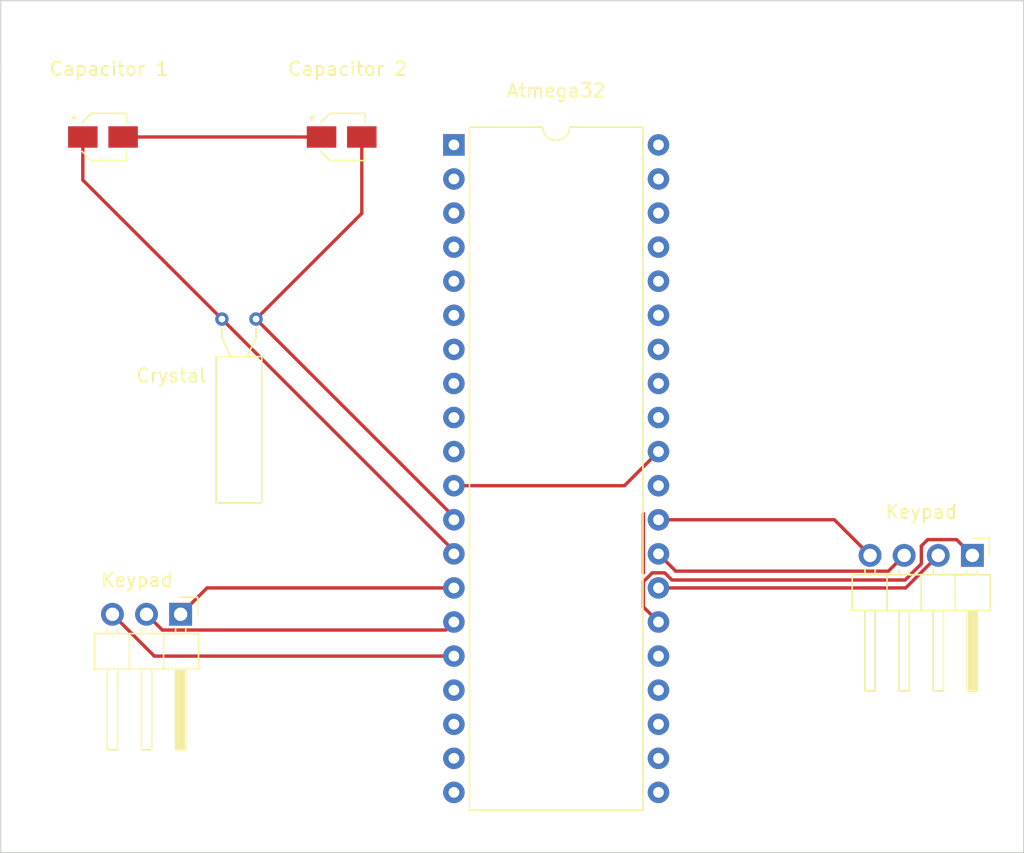
<source format=kicad_pcb>
(kicad_pcb (version 20211014) (generator pcbnew)
  (layers (0 "F.Cu" signal) (31 "B.Cu" signal) (34 "B.Paste" user) (35 "F.Paste" user) (36 "B.SilkS" user "B.Silkscreen") (37 "F.SilkS" user "F.Silkscreen") (38 "B.Mask" user) (39 "F.Mask" user) (44 "Edge.Cuts" user))
  (net 0 "")
  (net 1 "Net-(C1-Pad1)")
  (net 2 "GND")
  (net 3 "Net-(C2-Pad2)")
  (net 4 "Net-(U1-Pad27)")
  (net 5 "Net-(U1-Pad28)")
  (net 6 "Net-(U1-Pad29)")
  (net 7 "Net-(U1-Pad14)")
  (net 8 "Net-(U1-Pad15)")
  (net 9 "Net-(U1-Pad16)")
  (net 10 "Net-(U1-Pad26)")
  (net 21 "Net-(U1-Pad11)")
  (footprint "Crystal:Crystal_AT310_D3.0mm_L10.0mm_Horizontal" (layer "F.Cu") (at 113 74.53)
    (fp_text reference "Crystal" (at -3.78 4.21) (layer "F.SilkS"))
    (fp_text value "Crystal")
    (fp_line (start 1.87 2.8) (end 2.54 1.4) (layer "F.SilkS") (width 0.12))
    (fp_line (start 2.97 13.7) (end 2.97 2.8) (layer "F.SilkS") (width 0.12))
    (fp_line (start -0.43 2.8) (end -0.43 13.7) (layer "F.SilkS") (width 0.12))
    (fp_line (start 0 1.4) (end 0 0.7) (layer "F.SilkS") (width 0.12))
    (fp_line (start 2.97 2.8) (end -0.43 2.8) (layer "F.SilkS") (width 0.12))
    (fp_line (start 2.54 1.4) (end 2.54 0.7) (layer "F.SilkS") (width 0.12))
    (fp_line (start 0.67 2.8) (end 0 1.4) (layer "F.SilkS") (width 0.12))
    (fp_line (start -0.43 13.7) (end 2.97 13.7) (layer "F.SilkS") (width 0.12))
    (pad "1" thru_hole circle (at 0 0) (size 1 1) (drill 0.5) (layers *.Cu *.Mask) (net 1 "Net-(C1-Pad1)"))
    (pad "2" thru_hole circle (at 2.54 0) (size 1 1) (drill 0.5) (layers *.Cu *.Mask) (net 3 "Net-(C2-Pad2)"))
  )
  (footprint "Capacitor_SMD:CP_Elec_3x5.3" (layer "F.Cu") (at 104.14 60.96)
    (fp_text reference "Capacitor 1" (at 0.444718 -5.08) (layer "F.SilkS"))
    (fp_text value "22pF")
    (fp_line (start 1.76 -1.76) (end 1.76 -1.06) (layer "F.SilkS") (width 0.12))
    (fp_line (start -0.870563 -1.76) (end 1.76 -1.76) (layer "F.SilkS") (width 0.12))
    (fp_line (start -2.1875 -1.6225) (end -2.1875 -1.2475) (layer "F.SilkS") (width 0.12))
    (fp_line (start -0.870563 1.76) (end 1.76 1.76) (layer "F.SilkS") (width 0.12))
    (fp_line (start -1.570563 1.06) (end -0.870563 1.76) (layer "F.SilkS") (width 0.12))
    (fp_line (start -1.570563 -1.06) (end -0.870563 -1.76) (layer "F.SilkS") (width 0.12))
    (fp_line (start 1.76 1.76) (end 1.76 1.06) (layer "F.SilkS") (width 0.12))
    (fp_line (start -2.375 -1.435) (end -2 -1.435) (layer "F.SilkS") (width 0.12))
    (pad "1" smd rect (at -1.5 0) (size 2.2 1.6) (layers "F.Cu" "F.Paste" "F.Mask") (net 1 "Net-(C1-Pad1)"))
    (pad "2" smd rect (at 1.5 0) (size 2.2 1.6) (layers "F.Cu" "F.Paste" "F.Mask") (net 2 "GND"))
  )
  (footprint "Capacitor_SMD:CP_Elec_3x5.3" (layer "F.Cu") (at 121.92 60.96)
    (fp_text reference "Capacitor 2" (at 0.444718 -5.08) (layer "F.SilkS"))
    (fp_text value "22pF")
    (fp_line (start 1.76 -1.76) (end 1.76 -1.06) (layer "F.SilkS") (width 0.12))
    (fp_line (start -1.570563 1.06) (end -0.870563 1.76) (layer "F.SilkS") (width 0.12))
    (fp_line (start -2.1875 -1.6225) (end -2.1875 -1.2475) (layer "F.SilkS") (width 0.12))
    (fp_line (start 1.76 1.76) (end 1.76 1.06) (layer "F.SilkS") (width 0.12))
    (fp_line (start -0.870563 -1.76) (end 1.76 -1.76) (layer "F.SilkS") (width 0.12))
    (fp_line (start -1.570563 -1.06) (end -0.870563 -1.76) (layer "F.SilkS") (width 0.12))
    (fp_line (start -0.870563 1.76) (end 1.76 1.76) (layer "F.SilkS") (width 0.12))
    (fp_line (start -2.375 -1.435) (end -2 -1.435) (layer "F.SilkS") (width 0.12))
    (pad "1" smd rect (at -1.5 0) (size 2.2 1.6) (layers "F.Cu" "F.Paste" "F.Mask") (net 2 "GND"))
    (pad "2" smd rect (at 1.5 0) (size 2.2 1.6) (layers "F.Cu" "F.Paste" "F.Mask") (net 3 "Net-(C2-Pad2)"))
  )
  (footprint "Connector_PinHeader_2.54mm:PinHeader_1x03_P2.54mm_Horizontal" (layer "F.Cu") (at 109.925 96.535 -90)
    (fp_text reference "Keypad" (at -2.555 3.245) (layer "F.SilkS"))
    (fp_text value "Conn_01x03_Male")
    (fp_line (start 4.1 4.7) (end 10.1 4.7) (layer "F.SilkS") (width 0.12))
    (fp_line (start 10.1 2.16) (end 10.1 2.92) (layer "F.SilkS") (width 0.12))
    (fp_line (start 1.042929 5.46) (end 1.44 5.46) (layer "F.SilkS") (width 0.12))
    (fp_line (start 10.1 0.38) (end 4.1 0.38) (layer "F.SilkS") (width 0.12))
    (fp_line (start 10.1 -0.38) (end 10.1 0.38) (layer "F.SilkS") (width 0.12))
    (fp_line (start 10.1 4.7) (end 10.1 5.46) (layer "F.SilkS") (width 0.12))
    (fp_line (start 4.1 -1.33) (end 1.44 -1.33) (layer "F.SilkS") (width 0.12))
    (fp_line (start 1.11 0.38) (end 1.44 0.38) (layer "F.SilkS") (width 0.12))
    (fp_line (start 4.1 6.41) (end 4.1 -1.33) (layer "F.SilkS") (width 0.12))
    (fp_line (start 4.1 2.16) (end 10.1 2.16) (layer "F.SilkS") (width 0.12))
    (fp_line (start 1.44 6.41) (end 4.1 6.41) (layer "F.SilkS") (width 0.12))
    (fp_line (start 1.042929 2.16) (end 1.44 2.16) (layer "F.SilkS") (width 0.12))
    (fp_line (start 1.042929 2.92) (end 1.44 2.92) (layer "F.SilkS") (width 0.12))
    (fp_line (start 4.1 -0.08) (end 10.1 -0.08) (layer "F.SilkS") (width 0.12))
    (fp_line (start 1.44 -1.33) (end 1.44 6.41) (layer "F.SilkS") (width 0.12))
    (fp_line (start 10.1 2.92) (end 4.1 2.92) (layer "F.SilkS") (width 0.12))
    (fp_line (start 10.1 5.46) (end 4.1 5.46) (layer "F.SilkS") (width 0.12))
    (fp_line (start 1.44 3.81) (end 4.1 3.81) (layer "F.SilkS") (width 0.12))
    (fp_line (start 4.1 0.04) (end 10.1 0.04) (layer "F.SilkS") (width 0.12))
    (fp_line (start 1.44 1.27) (end 4.1 1.27) (layer "F.SilkS") (width 0.12))
    (fp_line (start 4.1 -0.2) (end 10.1 -0.2) (layer "F.SilkS") (width 0.12))
    (fp_line (start 4.1 0.28) (end 10.1 0.28) (layer "F.SilkS") (width 0.12))
    (fp_line (start 1.11 -0.38) (end 1.44 -0.38) (layer "F.SilkS") (width 0.12))
    (fp_line (start 4.1 -0.32) (end 10.1 -0.32) (layer "F.SilkS") (width 0.12))
    (fp_line (start 4.1 -0.38) (end 10.1 -0.38) (layer "F.SilkS") (width 0.12))
    (fp_line (start 1.042929 4.7) (end 1.44 4.7) (layer "F.SilkS") (width 0.12))
    (fp_line (start -1.27 -1.27) (end 0 -1.27) (layer "F.SilkS") (width 0.12))
    (fp_line (start 4.1 0.16) (end 10.1 0.16) (layer "F.SilkS") (width 0.12))
    (fp_line (start -1.27 0) (end -1.27 -1.27) (layer "F.SilkS") (width 0.12))
    (pad "1" thru_hole rect (at 0 0 270) (size 1.7 1.7) (drill 1) (layers *.Cu *.Mask) (net 7 "Net-(U1-Pad14)"))
    (pad "2" thru_hole oval (at 0 2.54 270) (size 1.7 1.7) (drill 1) (layers *.Cu *.Mask) (net 8 "Net-(U1-Pad15)"))
    (pad "3" thru_hole oval (at 0 5.08 270) (size 1.7 1.7) (drill 1) (layers *.Cu *.Mask) (net 9 "Net-(U1-Pad16)"))
  )
  (footprint "Package_DIP:DIP-40_W15.24mm" (layer "F.Cu") (at 130.28 61.55)
    (fp_text reference "Atmega32" (at 7.62 -4.05) (layer "F.SilkS"))
    (fp_text value "ATmega32-16P")
    (fp_line (start 1.16 -1.33) (end 1.16 49.59) (layer "F.SilkS") (width 0.12))
    (fp_line (start 1.16 49.59) (end 14.08 49.59) (layer "F.SilkS") (width 0.12))
    (fp_line (start 14.08 49.59) (end 14.08 -1.33) (layer "F.SilkS") (width 0.12))
    (fp_line (start 6.62 -1.33) (end 1.16 -1.33) (layer "F.SilkS") (width 0.12))
    (fp_line (start 14.08 -1.33) (end 8.62 -1.33) (layer "F.SilkS") (width 0.12))
    (fp_arc (start 8.62 -1.33) (mid 7.62 -0.33) (end 6.62 -1.33) (layer "F.SilkS") (width 0.12))
    (pad "1" thru_hole rect (at 0 0) (size 1.6 1.6) (drill 0.8) (layers *.Cu *.Mask))
    (pad "2" thru_hole oval (at 0 2.54) (size 1.6 1.6) (drill 0.8) (layers *.Cu *.Mask))
    (pad "3" thru_hole oval (at 0 5.08) (size 1.6 1.6) (drill 0.8) (layers *.Cu *.Mask))
    (pad "4" thru_hole oval (at 0 7.62) (size 1.6 1.6) (drill 0.8) (layers *.Cu *.Mask))
    (pad "5" thru_hole oval (at 0 10.16) (size 1.6 1.6) (drill 0.8) (layers *.Cu *.Mask))
    (pad "6" thru_hole oval (at 0 12.7) (size 1.6 1.6) (drill 0.8) (layers *.Cu *.Mask))
    (pad "7" thru_hole oval (at 0 15.24) (size 1.6 1.6) (drill 0.8) (layers *.Cu *.Mask))
    (pad "8" thru_hole oval (at 0 17.78) (size 1.6 1.6) (drill 0.8) (layers *.Cu *.Mask))
    (pad "9" thru_hole oval (at 0 20.32) (size 1.6 1.6) (drill 0.8) (layers *.Cu *.Mask))
    (pad "10" thru_hole oval (at 0 22.86) (size 1.6 1.6) (drill 0.8) (layers *.Cu *.Mask))
    (pad "11" thru_hole oval (at 0 25.4) (size 1.6 1.6) (drill 0.8) (layers *.Cu *.Mask) (net 21 "Net-(U1-Pad11)"))
    (pad "12" thru_hole oval (at 0 27.94) (size 1.6 1.6) (drill 0.8) (layers *.Cu *.Mask) (net 3 "Net-(C2-Pad2)"))
    (pad "13" thru_hole oval (at 0 30.48) (size 1.6 1.6) (drill 0.8) (layers *.Cu *.Mask) (net 1 "Net-(C1-Pad1)"))
    (pad "14" thru_hole oval (at 0 33.02) (size 1.6 1.6) (drill 0.8) (layers *.Cu *.Mask) (net 7 "Net-(U1-Pad14)"))
    (pad "15" thru_hole oval (at 0 35.56) (size 1.6 1.6) (drill 0.8) (layers *.Cu *.Mask) (net 8 "Net-(U1-Pad15)"))
    (pad "16" thru_hole oval (at 0 38.1) (size 1.6 1.6) (drill 0.8) (layers *.Cu *.Mask) (net 9 "Net-(U1-Pad16)"))
    (pad "17" thru_hole oval (at 0 40.64) (size 1.6 1.6) (drill 0.8) (layers *.Cu *.Mask))
    (pad "18" thru_hole oval (at 0 43.18) (size 1.6 1.6) (drill 0.8) (layers *.Cu *.Mask))
    (pad "19" thru_hole oval (at 0 45.72) (size 1.6 1.6) (drill 0.8) (layers *.Cu *.Mask))
    (pad "20" thru_hole oval (at 0 48.26) (size 1.6 1.6) (drill 0.8) (layers *.Cu *.Mask))
    (pad "21" thru_hole oval (at 15.24 48.26) (size 1.6 1.6) (drill 0.8) (layers *.Cu *.Mask))
    (pad "22" thru_hole oval (at 15.24 45.72) (size 1.6 1.6) (drill 0.8) (layers *.Cu *.Mask))
    (pad "23" thru_hole oval (at 15.24 43.18) (size 1.6 1.6) (drill 0.8) (layers *.Cu *.Mask))
    (pad "24" thru_hole oval (at 15.24 40.64) (size 1.6 1.6) (drill 0.8) (layers *.Cu *.Mask))
    (pad "25" thru_hole oval (at 15.24 38.1) (size 1.6 1.6) (drill 0.8) (layers *.Cu *.Mask))
    (pad "26" thru_hole oval (at 15.24 35.56) (size 1.6 1.6) (drill 0.8) (layers *.Cu *.Mask) (net 10 "Net-(U1-Pad26)"))
    (pad "27" thru_hole oval (at 15.24 33.02) (size 1.6 1.6) (drill 0.8) (layers *.Cu *.Mask) (net 4 "Net-(U1-Pad27)"))
    (pad "28" thru_hole oval (at 15.24 30.48) (size 1.6 1.6) (drill 0.8) (layers *.Cu *.Mask) (net 5 "Net-(U1-Pad28)"))
    (pad "29" thru_hole oval (at 15.24 27.94) (size 1.6 1.6) (drill 0.8) (layers *.Cu *.Mask) (net 6 "Net-(U1-Pad29)"))
    (pad "30" thru_hole oval (at 15.24 25.4) (size 1.6 1.6) (drill 0.8) (layers *.Cu *.Mask))
    (pad "31" thru_hole oval (at 15.24 22.86) (size 1.6 1.6) (drill 0.8) (layers *.Cu *.Mask) (net 21 "Net-(U1-Pad11)"))
    (pad "32" thru_hole oval (at 15.24 20.32) (size 1.6 1.6) (drill 0.8) (layers *.Cu *.Mask))
    (pad "33" thru_hole oval (at 15.24 17.78) (size 1.6 1.6) (drill 0.8) (layers *.Cu *.Mask))
    (pad "34" thru_hole oval (at 15.24 15.24) (size 1.6 1.6) (drill 0.8) (layers *.Cu *.Mask))
    (pad "35" thru_hole oval (at 15.24 12.7) (size 1.6 1.6) (drill 0.8) (layers *.Cu *.Mask))
    (pad "36" thru_hole oval (at 15.24 10.16) (size 1.6 1.6) (drill 0.8) (layers *.Cu *.Mask))
    (pad "37" thru_hole oval (at 15.24 7.62) (size 1.6 1.6) (drill 0.8) (layers *.Cu *.Mask))
    (pad "38" thru_hole oval (at 15.24 5.08) (size 1.6 1.6) (drill 0.8) (layers *.Cu *.Mask))
    (pad "39" thru_hole oval (at 15.24 2.54) (size 1.6 1.6) (drill 0.8) (layers *.Cu *.Mask))
    (pad "40" thru_hole oval (at 15.24 0) (size 1.6 1.6) (drill 0.8) (layers *.Cu *.Mask))
  )
  (footprint "Connector_PinHeader_2.54mm:PinHeader_1x04_P2.54mm_Horizontal" (layer "F.Cu") (at 168.9 92.145 -90)
    (fp_text reference "Keypad" (at -3.245 3.8) (layer "F.SilkS"))
    (fp_text value "Conn_01x04_Male")
    (fp_line (start 4.1 -0.32) (end 10.1 -0.32) (layer "F.SilkS") (width 0.12))
    (fp_line (start 10.1 7.24) (end 10.1 8) (layer "F.SilkS") (width 0.12))
    (fp_line (start 4.1 0.04) (end 10.1 0.04) (layer "F.SilkS") (width 0.12))
    (fp_line (start 1.44 8.95) (end 4.1 8.95) (layer "F.SilkS") (width 0.12))
    (fp_line (start -1.27 0) (end -1.27 -1.27) (layer "F.SilkS") (width 0.12))
    (fp_line (start 4.1 2.16) (end 10.1 2.16) (layer "F.SilkS") (width 0.12))
    (fp_line (start 1.042929 4.7) (end 1.44 4.7) (layer "F.SilkS") (width 0.12))
    (fp_line (start 10.1 -0.38) (end 10.1 0.38) (layer "F.SilkS") (width 0.12))
    (fp_line (start 1.042929 8) (end 1.44 8) (layer "F.SilkS") (width 0.12))
    (fp_line (start 1.44 -1.33) (end 1.44 8.95) (layer "F.SilkS") (width 0.12))
    (fp_line (start -1.27 -1.27) (end 0 -1.27) (layer "F.SilkS") (width 0.12))
    (fp_line (start 4.1 -0.08) (end 10.1 -0.08) (layer "F.SilkS") (width 0.12))
    (fp_line (start 4.1 7.24) (end 10.1 7.24) (layer "F.SilkS") (width 0.12))
    (fp_line (start 4.1 -1.33) (end 1.44 -1.33) (layer "F.SilkS") (width 0.12))
    (fp_line (start 1.042929 2.92) (end 1.44 2.92) (layer "F.SilkS") (width 0.12))
    (fp_line (start 4.1 0.28) (end 10.1 0.28) (layer "F.SilkS") (width 0.12))
    (fp_line (start 10.1 2.92) (end 4.1 2.92) (layer "F.SilkS") (width 0.12))
    (fp_line (start 10.1 5.46) (end 4.1 5.46) (layer "F.SilkS") (width 0.12))
    (fp_line (start 4.1 -0.2) (end 10.1 -0.2) (layer "F.SilkS") (width 0.12))
    (fp_line (start 10.1 0.38) (end 4.1 0.38) (layer "F.SilkS") (width 0.12))
    (fp_line (start 4.1 8.95) (end 4.1 -1.33) (layer "F.SilkS") (width 0.12))
    (fp_line (start 1.11 -0.38) (end 1.44 -0.38) (layer "F.SilkS") (width 0.12))
    (fp_line (start 10.1 4.7) (end 10.1 5.46) (layer "F.SilkS") (width 0.12))
    (fp_line (start 1.44 1.27) (end 4.1 1.27) (layer "F.SilkS") (width 0.12))
    (fp_line (start 1.11 0.38) (end 1.44 0.38) (layer "F.SilkS") (width 0.12))
    (fp_line (start 10.1 2.16) (end 10.1 2.92) (layer "F.SilkS") (width 0.12))
    (fp_line (start 4.1 4.7) (end 10.1 4.7) (layer "F.SilkS") (width 0.12))
    (fp_line (start 1.042929 7.24) (end 1.44 7.24) (layer "F.SilkS") (width 0.12))
    (fp_line (start 4.1 -0.38) (end 10.1 -0.38) (layer "F.SilkS") (width 0.12))
    (fp_line (start 1.44 3.81) (end 4.1 3.81) (layer "F.SilkS") (width 0.12))
    (fp_line (start 10.1 8) (end 4.1 8) (layer "F.SilkS") (width 0.12))
    (fp_line (start 1.042929 2.16) (end 1.44 2.16) (layer "F.SilkS") (width 0.12))
    (fp_line (start 4.1 0.16) (end 10.1 0.16) (layer "F.SilkS") (width 0.12))
    (fp_line (start 1.042929 5.46) (end 1.44 5.46) (layer "F.SilkS") (width 0.12))
    (fp_line (start 1.44 6.35) (end 4.1 6.35) (layer "F.SilkS") (width 0.12))
    (pad "1" thru_hole rect (at 0 0 270) (size 1.7 1.7) (drill 1) (layers *.Cu *.Mask) (net 10 "Net-(U1-Pad26)"))
    (pad "2" thru_hole oval (at 0 2.54 270) (size 1.7 1.7) (drill 1) (layers *.Cu *.Mask) (net 4 "Net-(U1-Pad27)"))
    (pad "3" thru_hole oval (at 0 5.08 270) (size 1.7 1.7) (drill 1) (layers *.Cu *.Mask) (net 5 "Net-(U1-Pad28)"))
    (pad "4" thru_hole oval (at 0 7.62 270) (size 1.7 1.7) (drill 1) (layers *.Cu *.Mask) (net 6 "Net-(U1-Pad29)"))
  )
  (gr_line (start 96.52 114.3) (end 96.52 55.88) (layer "Edge.Cuts") (width 0.1))
  (gr_line (start 172.72 114.3) (end 96.52 114.3) (layer "Edge.Cuts") (width 0.1))
  (gr_line (start 172.72 55.88) (end 172.72 50.8) (layer "Edge.Cuts") (width 0.1))
  (gr_line (start 96.52 55.88) (end 96.52 50.8) (layer "Edge.Cuts") (width 0.1))
  (gr_line (start 172.72 55.88) (end 172.72 114.3) (layer "Edge.Cuts") (width 0.1))
  (gr_line (start 96.52 50.8) (end 172.72 50.8) (layer "Edge.Cuts") (width 0.1))
  (segment (start 113 74.53) (end 130.28 91.81) (width 0.25) (layer "F.Cu") (net 1))
  (segment (start 130.28 91.81) (end 130.28 92.03) (width 0.25) (layer "F.Cu") (net 1))
  (segment (start 102.64 64.17) (end 113 74.53) (width 0.25) (layer "F.Cu") (net 1))
  (segment (start 102.64 60.96) (end 102.64 64.17) (width 0.25) (layer "F.Cu") (net 1))
  (segment (start 105.64 60.96) (end 120.42 60.96) (width 0.25) (layer "F.Cu") (net 2))
  (segment (start 123.42 60.96) (end 123.42 66.65) (width 0.25) (layer "F.Cu") (net 3))
  (segment (start 115.54 74.53) (end 130.28 89.27) (width 0.25) (layer "F.Cu") (net 3))
  (segment (start 123.42 66.65) (end 115.54 74.53) (width 0.25) (layer "F.Cu") (net 3))
  (segment (start 130.28 89.27) (end 130.28 89.49) (width 0.25) (layer "F.Cu") (net 3))
  (segment (start 144.395489 89.024211) (end 144.395489 93.445489) (width 0.25) (layer "F.Cu") (net 4))
  (segment (start 145.52 94.57) (end 163.935 94.57) (width 0.25) (layer "F.Cu") (net 4))
  (segment (start 163.935 94.57) (end 166.36 92.145) (width 0.25) (layer "F.Cu") (net 4))
  (segment (start 145.52 92.03) (end 146.809511 93.319511) (width 0.25) (layer "F.Cu") (net 5))
  (segment (start 162.645489 93.319511) (end 163.82 92.145) (width 0.25) (layer "F.Cu") (net 5))
  (segment (start 146.809511 93.319511) (end 162.645489 93.319511) (width 0.25) (layer "F.Cu") (net 5))
  (segment (start 145.52 89.49) (end 158.625 89.49) (width 0.25) (layer "F.Cu") (net 6))
  (segment (start 158.625 89.49) (end 161.28 92.145) (width 0.25) (layer "F.Cu") (net 6))
  (segment (start 130.28 94.57) (end 111.89 94.57) (width 0.25) (layer "F.Cu") (net 7))
  (segment (start 111.89 94.57) (end 109.925 96.535) (width 0.25) (layer "F.Cu") (net 7))
  (segment (start 129.680489 97.709511) (end 108.559511 97.709511) (width 0.25) (layer "F.Cu") (net 8))
  (segment (start 108.559511 97.709511) (end 107.385 96.535) (width 0.25) (layer "F.Cu") (net 8))
  (segment (start 130.28 97.11) (end 129.680489 97.709511) (width 0.25) (layer "F.Cu") (net 8))
  (segment (start 130.28 99.65) (end 107.96 99.65) (width 0.25) (layer "F.Cu") (net 9))
  (segment (start 107.96 99.65) (end 104.845 96.535) (width 0.25) (layer "F.Cu") (net 9))
  (segment (start 146.5203 93.98) (end 163.889282 93.98) (width 0.25) (layer "F.Cu") (net 10))
  (segment (start 144.395489 94.104211) (end 145.054211 93.445489) (width 0.25) (layer "F.Cu") (net 10))
  (segment (start 167.725489 90.970489) (end 168.9 92.145) (width 0.25) (layer "F.Cu") (net 10))
  (segment (start 163.889282 93.98) (end 165.1 92.769282) (width 0.25) (layer "F.Cu") (net 10))
  (segment (start 145.054211 93.445489) (end 145.985789 93.445489) (width 0.25) (layer "F.Cu") (net 10))
  (segment (start 144.395489 95.985489) (end 144.395489 94.104211) (width 0.25) (layer "F.Cu") (net 10))
  (segment (start 165.1 92.769282) (end 165.1 91.44) (width 0.25) (layer "F.Cu") (net 10))
  (segment (start 145.985789 93.445489) (end 146.5203 93.98) (width 0.25) (layer "F.Cu") (net 10))
  (segment (start 165.569511 90.970489) (end 167.725489 90.970489) (width 0.25) (layer "F.Cu") (net 10))
  (segment (start 145.52 97.11) (end 144.395489 95.985489) (width 0.25) (layer "F.Cu") (net 10))
  (segment (start 165.1 91.44) (end 165.569511 90.970489) (width 0.25) (layer "F.Cu") (net 10))
  (segment (start 130.28 86.95) (end 142.98 86.95) (width 0.25) (layer "F.Cu") (net 21))
  (segment (start 142.98 86.95) (end 145.52 84.41) (width 0.25) (layer "F.Cu") (net 21))
)
</source>
